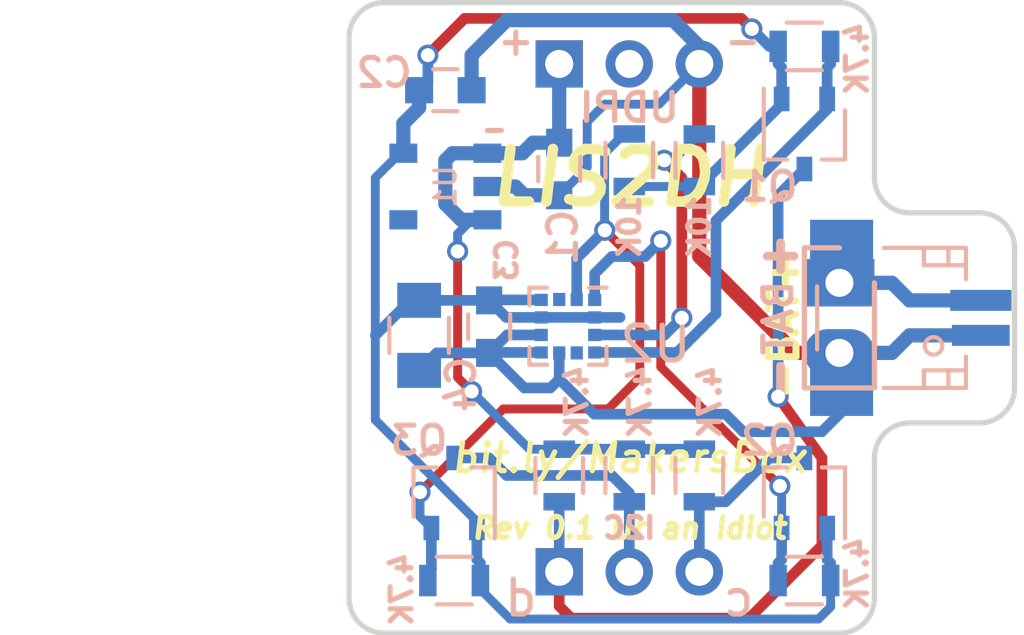
<source format=kicad_pcb>
(kicad_pcb (version 20171130) (host pcbnew "(5.1.10)-1")

  (general
    (thickness 1.6)
    (drawings 29)
    (tracks 180)
    (zones 0)
    (modules 21)
    (nets 12)
  )

  (page A)
  (title_block
    (title "Lights ATtiny826")
    (date 2022-03-18)
    (rev 0.0)
    (company www.MakersBox.us)
    (comment 1 648.ken@gmail.com)
  )

  (layers
    (0 F.Cu signal)
    (31 B.Cu signal)
    (32 B.Adhes user)
    (33 F.Adhes user)
    (34 B.Paste user)
    (35 F.Paste user)
    (36 B.SilkS user)
    (37 F.SilkS user)
    (38 B.Mask user)
    (39 F.Mask user)
    (40 Dwgs.User user)
    (41 Cmts.User user)
    (42 Eco1.User user)
    (43 Eco2.User user hide)
    (44 Edge.Cuts user)
    (45 Margin user)
    (46 B.CrtYd user)
    (47 F.CrtYd user)
    (48 B.Fab user)
    (49 F.Fab user)
  )

  (setup
    (last_trace_width 0.3048)
    (user_trace_width 0.254)
    (user_trace_width 0.3048)
    (user_trace_width 0.4064)
    (user_trace_width 0.6096)
    (trace_clearance 0.127)
    (zone_clearance 0.508)
    (zone_45_only no)
    (trace_min 0.2)
    (via_size 0.6)
    (via_drill 0.4)
    (via_min_size 0.4)
    (via_min_drill 0.3)
    (uvia_size 0.3)
    (uvia_drill 0.1)
    (uvias_allowed no)
    (uvia_min_size 0.2)
    (uvia_min_drill 0.1)
    (edge_width 0.15)
    (segment_width 0.2)
    (pcb_text_width 0.3)
    (pcb_text_size 1.5 1.5)
    (mod_edge_width 0.15)
    (mod_text_size 1 1)
    (mod_text_width 0.15)
    (pad_size 0.8 0.2)
    (pad_drill 0)
    (pad_to_mask_clearance 0)
    (aux_axis_origin 0 0)
    (visible_elements 7FFFFFFF)
    (pcbplotparams
      (layerselection 0x00030_80000001)
      (usegerberextensions false)
      (usegerberattributes true)
      (usegerberadvancedattributes true)
      (creategerberjobfile true)
      (excludeedgelayer true)
      (linewidth 0.100000)
      (plotframeref false)
      (viasonmask false)
      (mode 1)
      (useauxorigin false)
      (hpglpennumber 1)
      (hpglpenspeed 20)
      (hpglpendiameter 15.000000)
      (psnegative false)
      (psa4output false)
      (plotreference true)
      (plotvalue true)
      (plotinvisibletext false)
      (padsonsilk false)
      (subtractmaskfromsilk false)
      (outputformat 1)
      (mirror false)
      (drillshape 0)
      (scaleselection 1)
      (outputdirectory ""))
  )

  (net 0 "")
  (net 1 GND)
  (net 2 "Net-(J1-Pad2)")
  (net 3 VCC)
  (net 4 +3V3)
  (net 5 /SCL)
  (net 6 /INT)
  (net 7 /SDA)
  (net 8 /SDA_3V3)
  (net 9 /SCL_3V3)
  (net 10 /INT_3V3)
  (net 11 "Net-(R7-Pad2)")

  (net_class Default "This is the default net class."
    (clearance 0.127)
    (trace_width 0.2)
    (via_dia 0.6)
    (via_drill 0.4)
    (uvia_dia 0.3)
    (uvia_drill 0.1)
    (add_net +3V3)
    (add_net /INT)
    (add_net /INT_3V3)
    (add_net /SCL)
    (add_net /SCL_3V3)
    (add_net /SDA)
    (add_net /SDA_3V3)
    (add_net GND)
    (add_net "Net-(J1-Pad2)")
    (add_net "Net-(R7-Pad2)")
    (add_net VCC)
  )

  (module Package_LGA:LGA-12_2x2mm_P0.5mm (layer B.Cu) (tedit 5A0AAFFD) (tstamp 6279CC10)
    (at 137.25 93.2375 180)
    (descr LGA12)
    (tags "lga land grid array")
    (path /6279F5AD)
    (attr smd)
    (fp_text reference U2 (at -2.5 -0.5125) (layer B.SilkS)
      (effects (font (size 1 1) (thickness 0.15)) (justify mirror))
    )
    (fp_text value LIS2HH12 (at 0 -1.6) (layer B.Fab)
      (effects (font (size 1 1) (thickness 0.15)) (justify mirror))
    )
    (fp_line (start -1.25 1.25) (end 1.25 1.25) (layer B.CrtYd) (width 0.05))
    (fp_line (start -1.25 -1.25) (end -1.25 1.25) (layer B.CrtYd) (width 0.05))
    (fp_line (start 1.25 -1.25) (end -1.25 -1.25) (layer B.CrtYd) (width 0.05))
    (fp_line (start 1.25 1.25) (end 1.25 -1.25) (layer B.CrtYd) (width 0.05))
    (fp_line (start -1.1 1.1) (end -1.1 1.1) (layer B.SilkS) (width 0.12))
    (fp_line (start -0.6 1.1) (end -1.1 1.1) (layer B.SilkS) (width 0.12))
    (fp_line (start -1.1 -0.6) (end -1.1 -0.6) (layer B.SilkS) (width 0.12))
    (fp_line (start -1.1 -1.1) (end -1.1 -0.6) (layer B.SilkS) (width 0.12))
    (fp_line (start -0.6 -1.1) (end -1.1 -1.1) (layer B.SilkS) (width 0.12))
    (fp_line (start 0.6 -1.1) (end 0.6 -1.1) (layer B.SilkS) (width 0.12))
    (fp_line (start 1.1 -1.1) (end 0.6 -1.1) (layer B.SilkS) (width 0.12))
    (fp_line (start 1.1 -0.6) (end 1.1 -1.1) (layer B.SilkS) (width 0.12))
    (fp_line (start 1.1 0.6) (end 1.1 0.6) (layer B.SilkS) (width 0.12))
    (fp_line (start 1.1 1.1) (end 1.1 0.6) (layer B.SilkS) (width 0.12))
    (fp_line (start 0.6 1.1) (end 1.1 1.1) (layer B.SilkS) (width 0.12))
    (fp_line (start -0.5 1) (end 1 1) (layer B.Fab) (width 0.1))
    (fp_line (start -1 0.5) (end -0.5 1) (layer B.Fab) (width 0.1))
    (fp_line (start -1 -1) (end -1 0.5) (layer B.Fab) (width 0.1))
    (fp_line (start 1 -1) (end -1 -1) (layer B.Fab) (width 0.1))
    (fp_line (start 1 1) (end 1 -1) (layer B.Fab) (width 0.1))
    (fp_text user %R (at 0 0) (layer B.Fab)
      (effects (font (size 0.5 0.5) (thickness 0.075)) (justify mirror))
    )
    (pad 2 smd rect (at -0.7625 0.25 180) (size 0.375 0.35) (layers B.Cu B.Paste B.Mask)
      (net 4 +3V3))
    (pad 3 smd rect (at -0.7625 -0.25 180) (size 0.375 0.35) (layers B.Cu B.Paste B.Mask)
      (net 11 "Net-(R7-Pad2)"))
    (pad 9 smd rect (at 0.7625 0.25 180) (size 0.375 0.35) (layers B.Cu B.Paste B.Mask)
      (net 4 +3V3))
    (pad 8 smd rect (at 0.7625 -0.25 180) (size 0.375 0.35) (layers B.Cu B.Paste B.Mask)
      (net 1 GND))
    (pad 4 smd rect (at -0.7625 -0.75 180) (size 0.375 0.35) (layers B.Cu B.Paste B.Mask)
      (net 8 /SDA_3V3))
    (pad 7 smd rect (at 0.7625 -0.75 180) (size 0.375 0.35) (layers B.Cu B.Paste B.Mask)
      (net 1 GND))
    (pad 1 smd rect (at -0.7625 0.75 180) (size 0.375 0.35) (layers B.Cu B.Paste B.Mask)
      (net 9 /SCL_3V3))
    (pad 10 smd rect (at 0.7625 0.75 180) (size 0.375 0.35) (layers B.Cu B.Paste B.Mask)
      (net 4 +3V3))
    (pad 5 smd rect (at -0.25 -0.7625 90) (size 0.375 0.35) (layers B.Cu B.Paste B.Mask))
    (pad 6 smd rect (at 0.25 -0.7625 90) (size 0.375 0.35) (layers B.Cu B.Paste B.Mask)
      (net 1 GND))
    (pad 11 smd rect (at 0.25 0.7625 90) (size 0.375 0.35) (layers B.Cu B.Paste B.Mask))
    (pad 12 smd rect (at -0.25 0.7625 90) (size 0.375 0.35) (layers B.Cu B.Paste B.Mask)
      (net 10 /INT_3V3))
    (model ${KISYS3DMOD}/Package_LGA.3dshapes/LGA-12_2x2mm_P0.5mm.wrl
      (at (xyz 0 0 0))
      (scale (xyz 1 1 1))
      (rotate (xyz 0 0 0))
    )
  )

  (module footprints:PIN_HEADER_LED (layer B.Cu) (tedit 6234EFD3) (tstamp 60357F5B)
    (at 145 92 180)
    (descr "Through hole straight pin header, 1x02, 2.00mm pitch, single row")
    (tags "Through hole pin header THT 1x02 2.00mm single row")
    (path /60347008)
    (fp_text reference J2 (at 0 2.06 180) (layer B.SilkS) hide
      (effects (font (size 1 1) (thickness 0.15)) (justify mirror))
    )
    (fp_text value BAT (at 1.75 -1 270) (layer B.SilkS)
      (effects (font (size 0.8 0.8) (thickness 0.15)) (justify mirror))
    )
    (fp_line (start -1 0) (end -1 -3) (layer B.SilkS) (width 0.15))
    (fp_line (start -1 -3) (end 1 -3) (layer B.SilkS) (width 0.15))
    (fp_line (start 1 -3) (end 1 1) (layer B.SilkS) (width 0.15))
    (fp_line (start 1 1) (end 0 1) (layer B.SilkS) (width 0.15))
    (fp_line (start -0.5 1) (end 1 1) (layer B.Fab) (width 0.1))
    (fp_line (start 1 1) (end 1 -3) (layer B.Fab) (width 0.1))
    (fp_line (start 1 -3) (end -1 -3) (layer B.Fab) (width 0.1))
    (fp_line (start -1 -3) (end -1 0.5) (layer B.Fab) (width 0.1))
    (fp_line (start -1 0.5) (end -0.5 1) (layer B.Fab) (width 0.1))
    (fp_line (start -1.5 1.5) (end -1.5 -3.5) (layer B.CrtYd) (width 0.05))
    (fp_line (start -1.5 -3.5) (end 1.5 -3.5) (layer B.CrtYd) (width 0.05))
    (fp_line (start 1.5 -3.5) (end 1.5 1.5) (layer B.CrtYd) (width 0.05))
    (fp_line (start 1.5 1.5) (end -1.5 1.5) (layer B.CrtYd) (width 0.05))
    (fp_text user %R (at 0 -1 90) (layer B.Fab)
      (effects (font (size 1 1) (thickness 0.15)) (justify mirror))
    )
    (pad 1 thru_hole rect (at 0 0 180) (size 2 1.35) (drill 0.8) (layers *.Cu *.Mask)
      (net 2 "Net-(J1-Pad2)"))
    (pad 2 thru_hole oval (at 0 -2 180) (size 2 1.35) (drill 0.8) (layers *.Cu *.Mask)
      (net 1 GND))
    (model ${KISYS3DMOD}/Pin_Headers.3dshapes/Pin_Header_Straight_1x02_Pitch2.00mm.wrl
      (at (xyz 0 0 0))
      (scale (xyz 1 1 1))
      (rotate (xyz 0 0 0))
    )
  )

  (module footprints:JST_SH_SM02B_hand_solder (layer B.Cu) (tedit 6041D3AA) (tstamp 60425510)
    (at 147 93 90)
    (descr http://www.jst-mfg.com/product/pdf/eng/eSH.pdf)
    (tags "connector jst sh")
    (path /6041C3A6)
    (attr smd)
    (fp_text reference J1 (at -0.5 4 90) (layer B.SilkS) hide
      (effects (font (size 1 1) (thickness 0.15)) (justify mirror))
    )
    (fp_text value JST-SH (at 0 -4.5 90) (layer B.Fab)
      (effects (font (size 1 1) (thickness 0.15)) (justify mirror))
    )
    (fp_circle (center -0.8 0.6875) (end -0.55 0.6875) (layer B.SilkS) (width 0.12))
    (fp_line (start -0.9 -2.6375) (end 0.9 -2.6375) (layer B.SilkS) (width 0.12))
    (fp_line (start -2 -0.7375) (end -2 1.6125) (layer B.SilkS) (width 0.12))
    (fp_line (start -2 1.6125) (end -1.1 1.6125) (layer B.SilkS) (width 0.12))
    (fp_line (start -1.5 1.6125) (end -1.5 0.4125) (layer B.SilkS) (width 0.12))
    (fp_line (start -1.5 0.4125) (end -1.5 0.4125) (layer B.SilkS) (width 0.12))
    (fp_line (start -1.5 0.4125) (end -1.5 1.6125) (layer B.SilkS) (width 0.12))
    (fp_line (start -1.5 1.6125) (end -1.5 1.6125) (layer B.SilkS) (width 0.12))
    (fp_line (start -1.5 1.1125) (end -1.5 1.1125) (layer B.SilkS) (width 0.12))
    (fp_line (start -1.5 1.1125) (end -2 1.1125) (layer B.SilkS) (width 0.12))
    (fp_line (start -2 1.1125) (end -2 1.1125) (layer B.SilkS) (width 0.12))
    (fp_line (start -2 1.1125) (end -1.5 1.1125) (layer B.SilkS) (width 0.12))
    (fp_line (start -1.5 0.4125) (end -1.5 0.4125) (layer B.SilkS) (width 0.12))
    (fp_line (start -1.5 0.4125) (end -2 0.4125) (layer B.SilkS) (width 0.12))
    (fp_line (start -2 0.4125) (end -2 0.4125) (layer B.SilkS) (width 0.12))
    (fp_line (start -2 0.4125) (end -1.5 0.4125) (layer B.SilkS) (width 0.12))
    (fp_line (start 2 -0.7375) (end 2 1.6125) (layer B.SilkS) (width 0.12))
    (fp_line (start 2 1.6125) (end 1.1 1.6125) (layer B.SilkS) (width 0.12))
    (fp_line (start 1.5 1.6125) (end 1.5 0.4125) (layer B.SilkS) (width 0.12))
    (fp_line (start 1.5 0.4125) (end 1.5 0.4125) (layer B.SilkS) (width 0.12))
    (fp_line (start 1.5 0.4125) (end 1.5 1.6125) (layer B.SilkS) (width 0.12))
    (fp_line (start 1.5 1.6125) (end 1.5 1.6125) (layer B.SilkS) (width 0.12))
    (fp_line (start 1.5 1.1125) (end 1.5 1.1125) (layer B.SilkS) (width 0.12))
    (fp_line (start 1.5 1.1125) (end 2 1.1125) (layer B.SilkS) (width 0.12))
    (fp_line (start 2 1.1125) (end 2 1.1125) (layer B.SilkS) (width 0.12))
    (fp_line (start 2 1.1125) (end 1.5 1.1125) (layer B.SilkS) (width 0.12))
    (fp_line (start 1.5 0.4125) (end 1.5 0.4125) (layer B.SilkS) (width 0.12))
    (fp_line (start 1.5 0.4125) (end 2 0.4125) (layer B.SilkS) (width 0.12))
    (fp_line (start 2 0.4125) (end 2 0.4125) (layer B.SilkS) (width 0.12))
    (fp_line (start 2 0.4125) (end 1.5 0.4125) (layer B.SilkS) (width 0.12))
    (fp_line (start -2.9 -3.35) (end -2.9 3.25) (layer B.CrtYd) (width 0.05))
    (fp_line (start -2.9 3.25) (end 2.9 3.25) (layer B.CrtYd) (width 0.05))
    (fp_line (start 2.9 3.25) (end 2.9 -3.35) (layer B.CrtYd) (width 0.05))
    (fp_line (start 2.9 -3.35) (end -2.9 -3.35) (layer B.CrtYd) (width 0.05))
    (pad 1 smd rect (at -0.5 2.0375 90) (size 0.6 1.65) (layers B.Cu B.Paste B.Mask)
      (net 1 GND))
    (pad 2 smd rect (at 0.5 2.0375 90) (size 0.6 1.75) (layers B.Cu B.Paste B.Mask)
      (net 2 "Net-(J1-Pad2)"))
    (pad 1 smd rect (at -2 -1.9375 90) (size 1.6 1.8) (layers B.Cu B.Paste B.Mask)
      (net 1 GND))
    (pad 2 smd rect (at 2 -1.9375 90) (size 1.6 1.8) (layers B.Cu B.Paste B.Mask)
      (net 2 "Net-(J1-Pad2)"))
  )

  (module footprints:PinHeader_1x03_P2.00mm_Vertical (layer B.Cu) (tedit 624D22E6) (tstamp 625AF1CC)
    (at 137 85.75 270)
    (descr "Through hole straight pin header, 1x03, 2.00mm pitch, single row")
    (tags "Through hole pin header THT 1x03 2.00mm single row")
    (path /623F35D1)
    (fp_text reference J4 (at 0 2.06 90) (layer B.SilkS) hide
      (effects (font (size 1 1) (thickness 0.15)) (justify mirror))
    )
    (fp_text value UDPI (at 1.25 -2 180) (layer B.SilkS)
      (effects (font (size 0.8 0.8) (thickness 0.15)) (justify mirror))
    )
    (fp_line (start 1.5 1.5) (end -1.5 1.5) (layer B.CrtYd) (width 0.05))
    (fp_line (start 1.5 -5.5) (end 1.5 1.5) (layer B.CrtYd) (width 0.05))
    (fp_line (start -1.5 -5.5) (end 1.5 -5.5) (layer B.CrtYd) (width 0.05))
    (fp_line (start -1.5 1.5) (end -1.5 -5.5) (layer B.CrtYd) (width 0.05))
    (fp_line (start -1 0.5) (end -0.5 1) (layer B.Fab) (width 0.1))
    (fp_line (start -1 -5) (end -1 0.5) (layer B.Fab) (width 0.1))
    (fp_line (start 1 -5) (end -1 -5) (layer B.Fab) (width 0.1))
    (fp_line (start 1 1) (end 1 -5) (layer B.Fab) (width 0.1))
    (fp_line (start -0.5 1) (end 1 1) (layer B.Fab) (width 0.1))
    (fp_text user %R (at 0 -2 180) (layer B.Fab)
      (effects (font (size 1 1) (thickness 0.15)) (justify mirror))
    )
    (pad 3 thru_hole oval (at 0 -4 270) (size 1.35 1.35) (drill 0.8) (layers *.Cu *.Mask)
      (net 1 GND))
    (pad 2 thru_hole oval (at 0 -2 270) (size 1.35 1.35) (drill 0.8) (layers *.Cu *.Mask))
    (pad 1 thru_hole rect (at 0 0 270) (size 1.35 1.35) (drill 0.8) (layers *.Cu *.Mask)
      (net 3 VCC))
    (model ${KISYS3DMOD}/Connector_PinHeader_2.00mm.3dshapes/PinHeader_1x03_P2.00mm_Vertical.wrl
      (at (xyz 0 0 0))
      (scale (xyz 1 1 1))
      (rotate (xyz 0 0 0))
    )
  )

  (module footprints:PinHeader_1x03_P2.00mm_Vertical (layer B.Cu) (tedit 624D22E6) (tstamp 625AF103)
    (at 137 100.25 270)
    (descr "Through hole straight pin header, 1x03, 2.00mm pitch, single row")
    (tags "Through hole pin header THT 1x03 2.00mm single row")
    (path /625B2420)
    (fp_text reference J8 (at 0 2.06 270) (layer B.SilkS) hide
      (effects (font (size 1 1) (thickness 0.15)) (justify mirror))
    )
    (fp_text value I2C (at -1.25 -2) (layer B.SilkS)
      (effects (font (size 0.6 0.6) (thickness 0.15)) (justify mirror))
    )
    (fp_line (start -0.5 1) (end 1 1) (layer B.Fab) (width 0.1))
    (fp_line (start 1 1) (end 1 -5) (layer B.Fab) (width 0.1))
    (fp_line (start 1 -5) (end -1 -5) (layer B.Fab) (width 0.1))
    (fp_line (start -1 -5) (end -1 0.5) (layer B.Fab) (width 0.1))
    (fp_line (start -1 0.5) (end -0.5 1) (layer B.Fab) (width 0.1))
    (fp_line (start -1.5 1.5) (end -1.5 -5.5) (layer B.CrtYd) (width 0.05))
    (fp_line (start -1.5 -5.5) (end 1.5 -5.5) (layer B.CrtYd) (width 0.05))
    (fp_line (start 1.5 -5.5) (end 1.5 1.5) (layer B.CrtYd) (width 0.05))
    (fp_line (start 1.5 1.5) (end -1.5 1.5) (layer B.CrtYd) (width 0.05))
    (fp_text user %R (at 0 -2) (layer B.Fab)
      (effects (font (size 1 1) (thickness 0.15)) (justify mirror))
    )
    (pad 3 thru_hole oval (at 0 -4 270) (size 1.35 1.35) (drill 0.8) (layers *.Cu *.Mask)
      (net 5 /SCL))
    (pad 2 thru_hole oval (at 0 -2 270) (size 1.35 1.35) (drill 0.8) (layers *.Cu *.Mask)
      (net 6 /INT))
    (pad 1 thru_hole rect (at 0 0 270) (size 1.35 1.35) (drill 0.8) (layers *.Cu *.Mask)
      (net 7 /SDA))
    (model ${KISYS3DMOD}/Connector_PinHeader_2.00mm.3dshapes/PinHeader_1x03_P2.00mm_Vertical.wrl
      (at (xyz 0 0 0))
      (scale (xyz 1 1 1))
      (rotate (xyz 0 0 0))
    )
  )

  (module footprints:C_0603 (layer B.Cu) (tedit 59958EE7) (tstamp 625B6BF6)
    (at 137 88.75 270)
    (descr "Capacitor SMD 0603, reflow soldering, AVX (see smccp.pdf)")
    (tags "capacitor 0603")
    (path /62632022)
    (attr smd)
    (fp_text reference C1 (at 1.95 -0.1 270) (layer B.SilkS)
      (effects (font (size 0.8 0.8) (thickness 0.15)) (justify mirror))
    )
    (fp_text value 0.1uF (at 0 -1.5 270) (layer B.Fab)
      (effects (font (size 1 1) (thickness 0.15)) (justify mirror))
    )
    (fp_line (start -0.8 -0.4) (end -0.8 0.4) (layer B.Fab) (width 0.1))
    (fp_line (start 0.8 -0.4) (end -0.8 -0.4) (layer B.Fab) (width 0.1))
    (fp_line (start 0.8 0.4) (end 0.8 -0.4) (layer B.Fab) (width 0.1))
    (fp_line (start -0.8 0.4) (end 0.8 0.4) (layer B.Fab) (width 0.1))
    (fp_line (start -0.35 0.6) (end 0.35 0.6) (layer B.SilkS) (width 0.12))
    (fp_line (start 0.35 -0.6) (end -0.35 -0.6) (layer B.SilkS) (width 0.12))
    (fp_line (start -1.4 0.65) (end 1.4 0.65) (layer B.CrtYd) (width 0.05))
    (fp_line (start -1.4 0.65) (end -1.4 -0.65) (layer B.CrtYd) (width 0.05))
    (fp_line (start 1.4 -0.65) (end 1.4 0.65) (layer B.CrtYd) (width 0.05))
    (fp_line (start 1.4 -0.65) (end -1.4 -0.65) (layer B.CrtYd) (width 0.05))
    (fp_text user %R (at 0 0 270) (layer B.Fab)
      (effects (font (size 0.3 0.3) (thickness 0.075)) (justify mirror))
    )
    (pad 1 smd rect (at -0.75 0 270) (size 0.8 0.75) (layers B.Cu B.Paste B.Mask)
      (net 3 VCC))
    (pad 2 smd rect (at 0.75 0 270) (size 0.8 0.75) (layers B.Cu B.Paste B.Mask)
      (net 1 GND))
    (model Capacitors_SMD.3dshapes/C_0603.wrl
      (at (xyz 0 0 0))
      (scale (xyz 1 1 1))
      (rotate (xyz 0 0 0))
    )
  )

  (module footprints:C_0603 (layer B.Cu) (tedit 59958EE7) (tstamp 625B89EC)
    (at 133.75 86.5)
    (descr "Capacitor SMD 0603, reflow soldering, AVX (see smccp.pdf)")
    (tags "capacitor 0603")
    (path /6263275A)
    (attr smd)
    (fp_text reference C2 (at -1.75 -0.5 180) (layer B.SilkS)
      (effects (font (size 0.8 0.8) (thickness 0.15)) (justify mirror))
    )
    (fp_text value 0.1uF (at 0 -1.5 180) (layer B.Fab)
      (effects (font (size 1 1) (thickness 0.15)) (justify mirror))
    )
    (fp_line (start 1.4 -0.65) (end -1.4 -0.65) (layer B.CrtYd) (width 0.05))
    (fp_line (start 1.4 -0.65) (end 1.4 0.65) (layer B.CrtYd) (width 0.05))
    (fp_line (start -1.4 0.65) (end -1.4 -0.65) (layer B.CrtYd) (width 0.05))
    (fp_line (start -1.4 0.65) (end 1.4 0.65) (layer B.CrtYd) (width 0.05))
    (fp_line (start 0.35 -0.6) (end -0.35 -0.6) (layer B.SilkS) (width 0.12))
    (fp_line (start -0.35 0.6) (end 0.35 0.6) (layer B.SilkS) (width 0.12))
    (fp_line (start -0.8 0.4) (end 0.8 0.4) (layer B.Fab) (width 0.1))
    (fp_line (start 0.8 0.4) (end 0.8 -0.4) (layer B.Fab) (width 0.1))
    (fp_line (start 0.8 -0.4) (end -0.8 -0.4) (layer B.Fab) (width 0.1))
    (fp_line (start -0.8 -0.4) (end -0.8 0.4) (layer B.Fab) (width 0.1))
    (fp_text user %R (at 0 0 180) (layer B.Fab)
      (effects (font (size 0.3 0.3) (thickness 0.075)) (justify mirror))
    )
    (pad 2 smd rect (at 0.75 0) (size 0.8 0.75) (layers B.Cu B.Paste B.Mask)
      (net 1 GND))
    (pad 1 smd rect (at -0.75 0) (size 0.8 0.75) (layers B.Cu B.Paste B.Mask)
      (net 4 +3V3))
    (model Capacitors_SMD.3dshapes/C_0603.wrl
      (at (xyz 0 0 0))
      (scale (xyz 1 1 1))
      (rotate (xyz 0 0 0))
    )
  )

  (module Package_TO_SOT_SMD:SOT-323_SC-70 (layer B.Cu) (tedit 5A02FF57) (tstamp 625B8905)
    (at 144 87.75 270)
    (descr "SOT-323, SC-70")
    (tags "SOT-323 SC-70")
    (path /62635788)
    (attr smd)
    (fp_text reference Q1 (at 1.5 1 180) (layer B.SilkS)
      (effects (font (size 0.8 0.8) (thickness 0.15)) (justify mirror))
    )
    (fp_text value BSS138 (at -0.05 -2.05 270) (layer B.Fab)
      (effects (font (size 1 1) (thickness 0.15)) (justify mirror))
    )
    (fp_line (start -0.18 1.1) (end -0.68 0.6) (layer B.Fab) (width 0.1))
    (fp_line (start 0.67 -1.1) (end -0.68 -1.1) (layer B.Fab) (width 0.1))
    (fp_line (start 0.67 1.1) (end 0.67 -1.1) (layer B.Fab) (width 0.1))
    (fp_line (start -0.68 0.6) (end -0.68 -1.1) (layer B.Fab) (width 0.1))
    (fp_line (start 0.67 1.1) (end -0.18 1.1) (layer B.Fab) (width 0.1))
    (fp_line (start -0.68 -1.16) (end 0.73 -1.16) (layer B.SilkS) (width 0.12))
    (fp_line (start 0.73 1.16) (end -1.3 1.16) (layer B.SilkS) (width 0.12))
    (fp_line (start -1.7 -1.3) (end -1.7 1.3) (layer B.CrtYd) (width 0.05))
    (fp_line (start -1.7 1.3) (end 1.7 1.3) (layer B.CrtYd) (width 0.05))
    (fp_line (start 1.7 1.3) (end 1.7 -1.3) (layer B.CrtYd) (width 0.05))
    (fp_line (start 1.7 -1.3) (end -1.7 -1.3) (layer B.CrtYd) (width 0.05))
    (fp_line (start 0.73 1.16) (end 0.73 0.5) (layer B.SilkS) (width 0.12))
    (fp_line (start 0.73 -0.5) (end 0.73 -1.16) (layer B.SilkS) (width 0.12))
    (fp_text user %R (at 0 0) (layer B.Fab)
      (effects (font (size 0.5 0.5) (thickness 0.075)) (justify mirror))
    )
    (pad 3 smd rect (at 1 0) (size 0.45 0.7) (layers B.Cu B.Paste B.Mask)
      (net 7 /SDA))
    (pad 2 smd rect (at -1 -0.65) (size 0.45 0.7) (layers B.Cu B.Paste B.Mask)
      (net 8 /SDA_3V3))
    (pad 1 smd rect (at -1 0.65) (size 0.45 0.7) (layers B.Cu B.Paste B.Mask)
      (net 4 +3V3))
    (model ${KISYS3DMOD}/Package_TO_SOT_SMD.3dshapes/SOT-323_SC-70.wrl
      (at (xyz 0 0 0))
      (scale (xyz 1 1 1))
      (rotate (xyz 0 0 0))
    )
  )

  (module Package_TO_SOT_SMD:SOT-323_SC-70 (layer B.Cu) (tedit 5A02FF57) (tstamp 625B6C31)
    (at 144 98 90)
    (descr "SOT-323, SC-70")
    (tags "SOT-323 SC-70")
    (path /62649B2D)
    (attr smd)
    (fp_text reference Q2 (at 1.5 -1 -180) (layer B.SilkS)
      (effects (font (size 0.8 0.8) (thickness 0.15)) (justify mirror))
    )
    (fp_text value BSS138 (at -0.05 -2.05 -90) (layer B.Fab)
      (effects (font (size 1 1) (thickness 0.15)) (justify mirror))
    )
    (fp_line (start 0.73 -0.5) (end 0.73 -1.16) (layer B.SilkS) (width 0.12))
    (fp_line (start 0.73 1.16) (end 0.73 0.5) (layer B.SilkS) (width 0.12))
    (fp_line (start 1.7 -1.3) (end -1.7 -1.3) (layer B.CrtYd) (width 0.05))
    (fp_line (start 1.7 1.3) (end 1.7 -1.3) (layer B.CrtYd) (width 0.05))
    (fp_line (start -1.7 1.3) (end 1.7 1.3) (layer B.CrtYd) (width 0.05))
    (fp_line (start -1.7 -1.3) (end -1.7 1.3) (layer B.CrtYd) (width 0.05))
    (fp_line (start 0.73 1.16) (end -1.3 1.16) (layer B.SilkS) (width 0.12))
    (fp_line (start -0.68 -1.16) (end 0.73 -1.16) (layer B.SilkS) (width 0.12))
    (fp_line (start 0.67 1.1) (end -0.18 1.1) (layer B.Fab) (width 0.1))
    (fp_line (start -0.68 0.6) (end -0.68 -1.1) (layer B.Fab) (width 0.1))
    (fp_line (start 0.67 1.1) (end 0.67 -1.1) (layer B.Fab) (width 0.1))
    (fp_line (start 0.67 -1.1) (end -0.68 -1.1) (layer B.Fab) (width 0.1))
    (fp_line (start -0.18 1.1) (end -0.68 0.6) (layer B.Fab) (width 0.1))
    (fp_text user %R (at 0 0) (layer B.Fab)
      (effects (font (size 0.5 0.5) (thickness 0.075)) (justify mirror))
    )
    (pad 1 smd rect (at -1 0.65 180) (size 0.45 0.7) (layers B.Cu B.Paste B.Mask)
      (net 4 +3V3))
    (pad 2 smd rect (at -1 -0.65 180) (size 0.45 0.7) (layers B.Cu B.Paste B.Mask)
      (net 9 /SCL_3V3))
    (pad 3 smd rect (at 1 0 180) (size 0.45 0.7) (layers B.Cu B.Paste B.Mask)
      (net 5 /SCL))
    (model ${KISYS3DMOD}/Package_TO_SOT_SMD.3dshapes/SOT-323_SC-70.wrl
      (at (xyz 0 0 0))
      (scale (xyz 1 1 1))
      (rotate (xyz 0 0 0))
    )
  )

  (module Package_TO_SOT_SMD:SOT-323_SC-70 (layer B.Cu) (tedit 5A02FF57) (tstamp 625B74F9)
    (at 134 98 90)
    (descr "SOT-323, SC-70")
    (tags "SOT-323 SC-70")
    (path /6264F167)
    (attr smd)
    (fp_text reference Q3 (at 1.5 -1 180) (layer B.SilkS)
      (effects (font (size 0.8 0.8) (thickness 0.15)) (justify mirror))
    )
    (fp_text value BSS138 (at -0.05 -2.05 -90) (layer B.Fab)
      (effects (font (size 1 1) (thickness 0.15)) (justify mirror))
    )
    (fp_line (start 0.73 -0.5) (end 0.73 -1.16) (layer B.SilkS) (width 0.12))
    (fp_line (start 0.73 1.16) (end 0.73 0.5) (layer B.SilkS) (width 0.12))
    (fp_line (start 1.7 -1.3) (end -1.7 -1.3) (layer B.CrtYd) (width 0.05))
    (fp_line (start 1.7 1.3) (end 1.7 -1.3) (layer B.CrtYd) (width 0.05))
    (fp_line (start -1.7 1.3) (end 1.7 1.3) (layer B.CrtYd) (width 0.05))
    (fp_line (start -1.7 -1.3) (end -1.7 1.3) (layer B.CrtYd) (width 0.05))
    (fp_line (start 0.73 1.16) (end -1.3 1.16) (layer B.SilkS) (width 0.12))
    (fp_line (start -0.68 -1.16) (end 0.73 -1.16) (layer B.SilkS) (width 0.12))
    (fp_line (start 0.67 1.1) (end -0.18 1.1) (layer B.Fab) (width 0.1))
    (fp_line (start -0.68 0.6) (end -0.68 -1.1) (layer B.Fab) (width 0.1))
    (fp_line (start 0.67 1.1) (end 0.67 -1.1) (layer B.Fab) (width 0.1))
    (fp_line (start 0.67 -1.1) (end -0.68 -1.1) (layer B.Fab) (width 0.1))
    (fp_line (start -0.18 1.1) (end -0.68 0.6) (layer B.Fab) (width 0.1))
    (fp_text user %R (at 0 0) (layer B.Fab)
      (effects (font (size 0.5 0.5) (thickness 0.075)) (justify mirror))
    )
    (pad 1 smd rect (at -1 0.65 180) (size 0.45 0.7) (layers B.Cu B.Paste B.Mask)
      (net 4 +3V3))
    (pad 2 smd rect (at -1 -0.65 180) (size 0.45 0.7) (layers B.Cu B.Paste B.Mask)
      (net 10 /INT_3V3))
    (pad 3 smd rect (at 1 0 180) (size 0.45 0.7) (layers B.Cu B.Paste B.Mask)
      (net 6 /INT))
    (model ${KISYS3DMOD}/Package_TO_SOT_SMD.3dshapes/SOT-323_SC-70.wrl
      (at (xyz 0 0 0))
      (scale (xyz 1 1 1))
      (rotate (xyz 0 0 0))
    )
  )

  (module footprints:R_0603 (layer B.Cu) (tedit 624CF025) (tstamp 625B6C57)
    (at 137 97.5 270)
    (descr "Resistor SMD 0603, reflow soldering, Vishay (see dcrcw.pdf)")
    (tags "resistor 0603")
    (path /62641D17)
    (attr smd)
    (fp_text reference R1 (at 0 0 90) (layer B.SilkS) hide
      (effects (font (size 0.4 0.4) (thickness 0.1)) (justify mirror))
    )
    (fp_text value 4.7K (at -2.1 -0.5 90) (layer B.SilkS)
      (effects (font (size 0.6 0.6) (thickness 0.15)) (justify mirror))
    )
    (fp_line (start 1.25 -0.7) (end -1.25 -0.7) (layer B.CrtYd) (width 0.05))
    (fp_line (start 1.25 -0.7) (end 1.25 0.7) (layer B.CrtYd) (width 0.05))
    (fp_line (start -1.25 0.7) (end -1.25 -0.7) (layer B.CrtYd) (width 0.05))
    (fp_line (start -1.25 0.7) (end 1.25 0.7) (layer B.CrtYd) (width 0.05))
    (fp_line (start -0.5 0.68) (end 0.5 0.68) (layer B.SilkS) (width 0.12))
    (fp_line (start 0.5 -0.68) (end -0.5 -0.68) (layer B.SilkS) (width 0.12))
    (fp_line (start -0.8 0.4) (end 0.8 0.4) (layer B.Fab) (width 0.1))
    (fp_line (start 0.8 0.4) (end 0.8 -0.4) (layer B.Fab) (width 0.1))
    (fp_line (start 0.8 -0.4) (end -0.8 -0.4) (layer B.Fab) (width 0.1))
    (fp_line (start -0.8 -0.4) (end -0.8 0.4) (layer B.Fab) (width 0.1))
    (fp_text user %R (at 0 0 90) (layer B.Fab)
      (effects (font (size 0.4 0.4) (thickness 0.075)) (justify mirror))
    )
    (pad 2 smd rect (at 0.75 0 270) (size 0.5 0.9) (layers B.Cu B.Paste B.Mask)
      (net 7 /SDA))
    (pad 1 smd rect (at -0.75 0 270) (size 0.5 0.9) (layers B.Cu B.Paste B.Mask)
      (net 3 VCC))
    (model ${KISYS3DMOD}/Resistors_SMD.3dshapes/R_0603.wrl
      (at (xyz 0 0 0))
      (scale (xyz 1 1 1))
      (rotate (xyz 0 0 0))
    )
  )

  (module footprints:R_0603 (layer B.Cu) (tedit 624CF025) (tstamp 625B6C68)
    (at 141 97.5 270)
    (descr "Resistor SMD 0603, reflow soldering, Vishay (see dcrcw.pdf)")
    (tags "resistor 0603")
    (path /62649B45)
    (attr smd)
    (fp_text reference R2 (at 0 0 90) (layer B.SilkS) hide
      (effects (font (size 0.4 0.4) (thickness 0.1)) (justify mirror))
    )
    (fp_text value 4.7K (at -2.1 -0.3 90) (layer B.SilkS)
      (effects (font (size 0.6 0.6) (thickness 0.15)) (justify mirror))
    )
    (fp_line (start -0.8 -0.4) (end -0.8 0.4) (layer B.Fab) (width 0.1))
    (fp_line (start 0.8 -0.4) (end -0.8 -0.4) (layer B.Fab) (width 0.1))
    (fp_line (start 0.8 0.4) (end 0.8 -0.4) (layer B.Fab) (width 0.1))
    (fp_line (start -0.8 0.4) (end 0.8 0.4) (layer B.Fab) (width 0.1))
    (fp_line (start 0.5 -0.68) (end -0.5 -0.68) (layer B.SilkS) (width 0.12))
    (fp_line (start -0.5 0.68) (end 0.5 0.68) (layer B.SilkS) (width 0.12))
    (fp_line (start -1.25 0.7) (end 1.25 0.7) (layer B.CrtYd) (width 0.05))
    (fp_line (start -1.25 0.7) (end -1.25 -0.7) (layer B.CrtYd) (width 0.05))
    (fp_line (start 1.25 -0.7) (end 1.25 0.7) (layer B.CrtYd) (width 0.05))
    (fp_line (start 1.25 -0.7) (end -1.25 -0.7) (layer B.CrtYd) (width 0.05))
    (fp_text user %R (at 0 0 90) (layer B.Fab)
      (effects (font (size 0.4 0.4) (thickness 0.075)) (justify mirror))
    )
    (pad 1 smd rect (at -0.75 0 270) (size 0.5 0.9) (layers B.Cu B.Paste B.Mask)
      (net 3 VCC))
    (pad 2 smd rect (at 0.75 0 270) (size 0.5 0.9) (layers B.Cu B.Paste B.Mask)
      (net 5 /SCL))
    (model ${KISYS3DMOD}/Resistors_SMD.3dshapes/R_0603.wrl
      (at (xyz 0 0 0))
      (scale (xyz 1 1 1))
      (rotate (xyz 0 0 0))
    )
  )

  (module footprints:R_0603 (layer B.Cu) (tedit 624CF025) (tstamp 625B7EB7)
    (at 139 97.5 270)
    (descr "Resistor SMD 0603, reflow soldering, Vishay (see dcrcw.pdf)")
    (tags "resistor 0603")
    (path /6264F17F)
    (attr smd)
    (fp_text reference R3 (at 0 0 90) (layer B.SilkS) hide
      (effects (font (size 0.4 0.4) (thickness 0.1)) (justify mirror))
    )
    (fp_text value 4.7K (at -2.1 -0.3 90) (layer B.SilkS)
      (effects (font (size 0.6 0.6) (thickness 0.15)) (justify mirror))
    )
    (fp_line (start -0.8 -0.4) (end -0.8 0.4) (layer B.Fab) (width 0.1))
    (fp_line (start 0.8 -0.4) (end -0.8 -0.4) (layer B.Fab) (width 0.1))
    (fp_line (start 0.8 0.4) (end 0.8 -0.4) (layer B.Fab) (width 0.1))
    (fp_line (start -0.8 0.4) (end 0.8 0.4) (layer B.Fab) (width 0.1))
    (fp_line (start 0.5 -0.68) (end -0.5 -0.68) (layer B.SilkS) (width 0.12))
    (fp_line (start -0.5 0.68) (end 0.5 0.68) (layer B.SilkS) (width 0.12))
    (fp_line (start -1.25 0.7) (end 1.25 0.7) (layer B.CrtYd) (width 0.05))
    (fp_line (start -1.25 0.7) (end -1.25 -0.7) (layer B.CrtYd) (width 0.05))
    (fp_line (start 1.25 -0.7) (end 1.25 0.7) (layer B.CrtYd) (width 0.05))
    (fp_line (start 1.25 -0.7) (end -1.25 -0.7) (layer B.CrtYd) (width 0.05))
    (fp_text user %R (at 0 0 90) (layer B.Fab)
      (effects (font (size 0.4 0.4) (thickness 0.075)) (justify mirror))
    )
    (pad 1 smd rect (at -0.75 0 270) (size 0.5 0.9) (layers B.Cu B.Paste B.Mask)
      (net 3 VCC))
    (pad 2 smd rect (at 0.75 0 270) (size 0.5 0.9) (layers B.Cu B.Paste B.Mask)
      (net 6 /INT))
    (model ${KISYS3DMOD}/Resistors_SMD.3dshapes/R_0603.wrl
      (at (xyz 0 0 0))
      (scale (xyz 1 1 1))
      (rotate (xyz 0 0 0))
    )
  )

  (module footprints:R_0603 (layer B.Cu) (tedit 624CF025) (tstamp 625B6C8A)
    (at 144 85.25)
    (descr "Resistor SMD 0603, reflow soldering, Vishay (see dcrcw.pdf)")
    (tags "resistor 0603")
    (path /62647902)
    (attr smd)
    (fp_text reference R4 (at 0 0) (layer B.SilkS) hide
      (effects (font (size 0.4 0.4) (thickness 0.1)) (justify mirror))
    )
    (fp_text value 4.7K (at 1.5 0.35 90) (layer B.SilkS)
      (effects (font (size 0.6 0.6) (thickness 0.15)) (justify mirror))
    )
    (fp_line (start -0.8 -0.4) (end -0.8 0.4) (layer B.Fab) (width 0.1))
    (fp_line (start 0.8 -0.4) (end -0.8 -0.4) (layer B.Fab) (width 0.1))
    (fp_line (start 0.8 0.4) (end 0.8 -0.4) (layer B.Fab) (width 0.1))
    (fp_line (start -0.8 0.4) (end 0.8 0.4) (layer B.Fab) (width 0.1))
    (fp_line (start 0.5 -0.68) (end -0.5 -0.68) (layer B.SilkS) (width 0.12))
    (fp_line (start -0.5 0.68) (end 0.5 0.68) (layer B.SilkS) (width 0.12))
    (fp_line (start -1.25 0.7) (end 1.25 0.7) (layer B.CrtYd) (width 0.05))
    (fp_line (start -1.25 0.7) (end -1.25 -0.7) (layer B.CrtYd) (width 0.05))
    (fp_line (start 1.25 -0.7) (end 1.25 0.7) (layer B.CrtYd) (width 0.05))
    (fp_line (start 1.25 -0.7) (end -1.25 -0.7) (layer B.CrtYd) (width 0.05))
    (fp_text user %R (at 0 0) (layer B.Fab)
      (effects (font (size 0.4 0.4) (thickness 0.075)) (justify mirror))
    )
    (pad 1 smd rect (at -0.75 0) (size 0.5 0.9) (layers B.Cu B.Paste B.Mask)
      (net 4 +3V3))
    (pad 2 smd rect (at 0.75 0) (size 0.5 0.9) (layers B.Cu B.Paste B.Mask)
      (net 8 /SDA_3V3))
    (model ${KISYS3DMOD}/Resistors_SMD.3dshapes/R_0603.wrl
      (at (xyz 0 0 0))
      (scale (xyz 1 1 1))
      (rotate (xyz 0 0 0))
    )
  )

  (module footprints:R_0603 (layer B.Cu) (tedit 624CF025) (tstamp 625B6C9B)
    (at 144 100.5 180)
    (descr "Resistor SMD 0603, reflow soldering, Vishay (see dcrcw.pdf)")
    (tags "resistor 0603")
    (path /62649B5D)
    (attr smd)
    (fp_text reference R5 (at 0 0) (layer B.SilkS) hide
      (effects (font (size 0.4 0.4) (thickness 0.1)) (justify mirror))
    )
    (fp_text value 4.7K (at -1.5 0.2 90) (layer B.SilkS)
      (effects (font (size 0.6 0.6) (thickness 0.15)) (justify mirror))
    )
    (fp_line (start 1.25 -0.7) (end -1.25 -0.7) (layer B.CrtYd) (width 0.05))
    (fp_line (start 1.25 -0.7) (end 1.25 0.7) (layer B.CrtYd) (width 0.05))
    (fp_line (start -1.25 0.7) (end -1.25 -0.7) (layer B.CrtYd) (width 0.05))
    (fp_line (start -1.25 0.7) (end 1.25 0.7) (layer B.CrtYd) (width 0.05))
    (fp_line (start -0.5 0.68) (end 0.5 0.68) (layer B.SilkS) (width 0.12))
    (fp_line (start 0.5 -0.68) (end -0.5 -0.68) (layer B.SilkS) (width 0.12))
    (fp_line (start -0.8 0.4) (end 0.8 0.4) (layer B.Fab) (width 0.1))
    (fp_line (start 0.8 0.4) (end 0.8 -0.4) (layer B.Fab) (width 0.1))
    (fp_line (start 0.8 -0.4) (end -0.8 -0.4) (layer B.Fab) (width 0.1))
    (fp_line (start -0.8 -0.4) (end -0.8 0.4) (layer B.Fab) (width 0.1))
    (fp_text user %R (at 0 0) (layer B.Fab)
      (effects (font (size 0.4 0.4) (thickness 0.075)) (justify mirror))
    )
    (pad 2 smd rect (at 0.75 0 180) (size 0.5 0.9) (layers B.Cu B.Paste B.Mask)
      (net 9 /SCL_3V3))
    (pad 1 smd rect (at -0.75 0 180) (size 0.5 0.9) (layers B.Cu B.Paste B.Mask)
      (net 4 +3V3))
    (model ${KISYS3DMOD}/Resistors_SMD.3dshapes/R_0603.wrl
      (at (xyz 0 0 0))
      (scale (xyz 1 1 1))
      (rotate (xyz 0 0 0))
    )
  )

  (module footprints:R_0603 (layer B.Cu) (tedit 624CF025) (tstamp 625B8010)
    (at 134 100.5 180)
    (descr "Resistor SMD 0603, reflow soldering, Vishay (see dcrcw.pdf)")
    (tags "resistor 0603")
    (path /6264F197)
    (attr smd)
    (fp_text reference R6 (at 0 0) (layer B.SilkS) hide
      (effects (font (size 0.4 0.4) (thickness 0.1)) (justify mirror))
    )
    (fp_text value 4.7K (at 1.5 -0.25 90) (layer B.SilkS)
      (effects (font (size 0.6 0.6) (thickness 0.15)) (justify mirror))
    )
    (fp_line (start 1.25 -0.7) (end -1.25 -0.7) (layer B.CrtYd) (width 0.05))
    (fp_line (start 1.25 -0.7) (end 1.25 0.7) (layer B.CrtYd) (width 0.05))
    (fp_line (start -1.25 0.7) (end -1.25 -0.7) (layer B.CrtYd) (width 0.05))
    (fp_line (start -1.25 0.7) (end 1.25 0.7) (layer B.CrtYd) (width 0.05))
    (fp_line (start -0.5 0.68) (end 0.5 0.68) (layer B.SilkS) (width 0.12))
    (fp_line (start 0.5 -0.68) (end -0.5 -0.68) (layer B.SilkS) (width 0.12))
    (fp_line (start -0.8 0.4) (end 0.8 0.4) (layer B.Fab) (width 0.1))
    (fp_line (start 0.8 0.4) (end 0.8 -0.4) (layer B.Fab) (width 0.1))
    (fp_line (start 0.8 -0.4) (end -0.8 -0.4) (layer B.Fab) (width 0.1))
    (fp_line (start -0.8 -0.4) (end -0.8 0.4) (layer B.Fab) (width 0.1))
    (fp_text user %R (at 0 0) (layer B.Fab)
      (effects (font (size 0.4 0.4) (thickness 0.075)) (justify mirror))
    )
    (pad 2 smd rect (at 0.75 0 180) (size 0.5 0.9) (layers B.Cu B.Paste B.Mask)
      (net 10 /INT_3V3))
    (pad 1 smd rect (at -0.75 0 180) (size 0.5 0.9) (layers B.Cu B.Paste B.Mask)
      (net 4 +3V3))
    (model ${KISYS3DMOD}/Resistors_SMD.3dshapes/R_0603.wrl
      (at (xyz 0 0 0))
      (scale (xyz 1 1 1))
      (rotate (xyz 0 0 0))
    )
  )

  (module footprints:R_0603 (layer B.Cu) (tedit 624CF025) (tstamp 625B6CBD)
    (at 141 88.5 90)
    (descr "Resistor SMD 0603, reflow soldering, Vishay (see dcrcw.pdf)")
    (tags "resistor 0603")
    (path /62660D7F)
    (attr smd)
    (fp_text reference R7 (at 0 0 90) (layer B.SilkS) hide
      (effects (font (size 0.4 0.4) (thickness 0.1)) (justify mirror))
    )
    (fp_text value 10K (at -1.9 0 90) (layer B.SilkS)
      (effects (font (size 0.6 0.6) (thickness 0.15)) (justify mirror))
    )
    (fp_line (start 1.25 -0.7) (end -1.25 -0.7) (layer B.CrtYd) (width 0.05))
    (fp_line (start 1.25 -0.7) (end 1.25 0.7) (layer B.CrtYd) (width 0.05))
    (fp_line (start -1.25 0.7) (end -1.25 -0.7) (layer B.CrtYd) (width 0.05))
    (fp_line (start -1.25 0.7) (end 1.25 0.7) (layer B.CrtYd) (width 0.05))
    (fp_line (start -0.5 0.68) (end 0.5 0.68) (layer B.SilkS) (width 0.12))
    (fp_line (start 0.5 -0.68) (end -0.5 -0.68) (layer B.SilkS) (width 0.12))
    (fp_line (start -0.8 0.4) (end 0.8 0.4) (layer B.Fab) (width 0.1))
    (fp_line (start 0.8 0.4) (end 0.8 -0.4) (layer B.Fab) (width 0.1))
    (fp_line (start 0.8 -0.4) (end -0.8 -0.4) (layer B.Fab) (width 0.1))
    (fp_line (start -0.8 -0.4) (end -0.8 0.4) (layer B.Fab) (width 0.1))
    (fp_text user %R (at 0 0 90) (layer B.Fab)
      (effects (font (size 0.4 0.4) (thickness 0.075)) (justify mirror))
    )
    (pad 2 smd rect (at 0.75 0 90) (size 0.5 0.9) (layers B.Cu B.Paste B.Mask)
      (net 11 "Net-(R7-Pad2)"))
    (pad 1 smd rect (at -0.75 0 90) (size 0.5 0.9) (layers B.Cu B.Paste B.Mask)
      (net 4 +3V3))
    (model ${KISYS3DMOD}/Resistors_SMD.3dshapes/R_0603.wrl
      (at (xyz 0 0 0))
      (scale (xyz 1 1 1))
      (rotate (xyz 0 0 0))
    )
  )

  (module footprints:R_0603 (layer B.Cu) (tedit 624CF025) (tstamp 625B6CCE)
    (at 139 88.5 90)
    (descr "Resistor SMD 0603, reflow soldering, Vishay (see dcrcw.pdf)")
    (tags "resistor 0603")
    (path /6265D5B5)
    (attr smd)
    (fp_text reference R8 (at 0 0 90) (layer B.SilkS) hide
      (effects (font (size 0.4 0.4) (thickness 0.1)) (justify mirror))
    )
    (fp_text value 10K (at -1.9 0 90) (layer B.SilkS)
      (effects (font (size 0.6 0.6) (thickness 0.15)) (justify mirror))
    )
    (fp_line (start -0.8 -0.4) (end -0.8 0.4) (layer B.Fab) (width 0.1))
    (fp_line (start 0.8 -0.4) (end -0.8 -0.4) (layer B.Fab) (width 0.1))
    (fp_line (start 0.8 0.4) (end 0.8 -0.4) (layer B.Fab) (width 0.1))
    (fp_line (start -0.8 0.4) (end 0.8 0.4) (layer B.Fab) (width 0.1))
    (fp_line (start 0.5 -0.68) (end -0.5 -0.68) (layer B.SilkS) (width 0.12))
    (fp_line (start -0.5 0.68) (end 0.5 0.68) (layer B.SilkS) (width 0.12))
    (fp_line (start -1.25 0.7) (end 1.25 0.7) (layer B.CrtYd) (width 0.05))
    (fp_line (start -1.25 0.7) (end -1.25 -0.7) (layer B.CrtYd) (width 0.05))
    (fp_line (start 1.25 -0.7) (end 1.25 0.7) (layer B.CrtYd) (width 0.05))
    (fp_line (start 1.25 -0.7) (end -1.25 -0.7) (layer B.CrtYd) (width 0.05))
    (fp_text user %R (at 0 0 90) (layer B.Fab)
      (effects (font (size 0.4 0.4) (thickness 0.075)) (justify mirror))
    )
    (pad 1 smd rect (at -0.75 0 90) (size 0.5 0.9) (layers B.Cu B.Paste B.Mask)
      (net 4 +3V3))
    (pad 2 smd rect (at 0.75 0 90) (size 0.5 0.9) (layers B.Cu B.Paste B.Mask)
      (net 10 /INT_3V3))
    (model ${KISYS3DMOD}/Resistors_SMD.3dshapes/R_0603.wrl
      (at (xyz 0 0 0))
      (scale (xyz 1 1 1))
      (rotate (xyz 0 0 0))
    )
  )

  (module footprints:SOT-753 (layer B.Cu) (tedit 5919A792) (tstamp 625B8B6A)
    (at 133.75 89.25 270)
    (path /6262E81D)
    (solder_mask_margin 0.05)
    (attr smd)
    (fp_text reference U1 (at 0 0 90) (layer B.SilkS)
      (effects (font (size 0.6 0.6) (thickness 0.1)) (justify mirror))
    )
    (fp_text value "Linear 3.3V" (at 0 -2 270) (layer B.Fab) hide
      (effects (font (size 0.4 0.4) (thickness 0.1)) (justify mirror))
    )
    (fp_line (start -0.95 -1.5) (end -0.95 -0.9) (layer B.Fab) (width 0.15))
    (fp_line (start 0 -1.5) (end 0 -0.9) (layer B.Fab) (width 0.15))
    (fp_line (start 0.95 -1.5) (end 0.95 -0.9) (layer B.Fab) (width 0.15))
    (fp_line (start 0.95 1.5) (end 0.95 0.9) (layer B.Fab) (width 0.15))
    (fp_line (start -0.95 1.5) (end -0.95 0.9) (layer B.Fab) (width 0.15))
    (fp_line (start -0.7 -0.5) (end -0.9 -0.9) (layer B.Fab) (width 0.15))
    (fp_line (start -1.2 -0.5) (end -0.7 -0.5) (layer B.Fab) (width 0.15))
    (fp_line (start -1 -0.9) (end -1.2 -0.5) (layer B.Fab) (width 0.15))
    (fp_line (start 1.6 1.6) (end 1.6 -1.6) (layer B.CrtYd) (width 0.05))
    (fp_line (start -1.6 1.6) (end -1.6 -1.6) (layer B.CrtYd) (width 0.05))
    (fp_line (start -1.6 -1.6) (end 1.6 -1.6) (layer B.CrtYd) (width 0.05))
    (fp_line (start -1.6 1.6) (end 1.6 1.6) (layer B.CrtYd) (width 0.05))
    (fp_line (start -1.6 -1.2) (end -1.6 -1.6) (layer B.SilkS) (width 0.15))
    (fp_line (start 1.5 0.9) (end -1.5 0.9) (layer B.Fab) (width 0.15))
    (fp_line (start -1.5 0.9) (end -1.5 -0.9) (layer B.Fab) (width 0.15))
    (fp_line (start -1.5 -0.9) (end 1.5 -0.9) (layer B.Fab) (width 0.15))
    (fp_line (start 1.5 -0.9) (end 1.5 0.9) (layer B.Fab) (width 0.15))
    (fp_text user %R (at 0.25 -0.1 270) (layer B.Fab)
      (effects (font (size 0.6 0.6) (thickness 0.1)) (justify mirror))
    )
    (pad 1 smd rect (at -0.95 -1.2 270) (size 0.55 0.8) (layers B.Cu B.Paste B.Mask)
      (net 3 VCC))
    (pad 3 smd rect (at 0.95 -1.2 270) (size 0.55 0.8) (layers B.Cu B.Paste B.Mask)
      (net 3 VCC))
    (pad 2 smd rect (at 0 -1.2 270) (size 0.55 0.8) (layers B.Cu B.Paste B.Mask)
      (net 1 GND))
    (pad 4 smd rect (at 0.95 1.2 270) (size 0.55 0.8) (layers B.Cu B.Paste B.Mask))
    (pad 5 smd rect (at -0.95 1.2 270) (size 0.55 0.8) (layers B.Cu B.Paste B.Mask)
      (net 4 +3V3))
    (model "C:/Cad/Footprint/SOT/3D/User Library-SOT753.step"
      (at (xyz 0 0 0))
      (scale (xyz 1 1 1))
      (rotate (xyz 0 0 90))
    )
  )

  (module footprints:C_0603 (layer B.Cu) (tedit 59958EE7) (tstamp 625B9844)
    (at 135 93.25 270)
    (descr "Capacitor SMD 0603, reflow soldering, AVX (see smccp.pdf)")
    (tags "capacitor 0603")
    (path /62695570)
    (attr smd)
    (fp_text reference C3 (at -1.9 -0.5 270) (layer B.SilkS)
      (effects (font (size 0.6 0.6) (thickness 0.15)) (justify mirror))
    )
    (fp_text value 0.1uF (at 0 -1.5 270) (layer B.Fab)
      (effects (font (size 1 1) (thickness 0.15)) (justify mirror))
    )
    (fp_line (start 1.4 -0.65) (end -1.4 -0.65) (layer B.CrtYd) (width 0.05))
    (fp_line (start 1.4 -0.65) (end 1.4 0.65) (layer B.CrtYd) (width 0.05))
    (fp_line (start -1.4 0.65) (end -1.4 -0.65) (layer B.CrtYd) (width 0.05))
    (fp_line (start -1.4 0.65) (end 1.4 0.65) (layer B.CrtYd) (width 0.05))
    (fp_line (start 0.35 -0.6) (end -0.35 -0.6) (layer B.SilkS) (width 0.12))
    (fp_line (start -0.35 0.6) (end 0.35 0.6) (layer B.SilkS) (width 0.12))
    (fp_line (start -0.8 0.4) (end 0.8 0.4) (layer B.Fab) (width 0.1))
    (fp_line (start 0.8 0.4) (end 0.8 -0.4) (layer B.Fab) (width 0.1))
    (fp_line (start 0.8 -0.4) (end -0.8 -0.4) (layer B.Fab) (width 0.1))
    (fp_line (start -0.8 -0.4) (end -0.8 0.4) (layer B.Fab) (width 0.1))
    (fp_text user %R (at 0 0 270) (layer B.Fab)
      (effects (font (size 0.3 0.3) (thickness 0.075)) (justify mirror))
    )
    (pad 2 smd rect (at 0.75 0 270) (size 0.8 0.75) (layers B.Cu B.Paste B.Mask)
      (net 1 GND))
    (pad 1 smd rect (at -0.75 0 270) (size 0.8 0.75) (layers B.Cu B.Paste B.Mask)
      (net 4 +3V3))
    (model Capacitors_SMD.3dshapes/C_0603.wrl
      (at (xyz 0 0 0))
      (scale (xyz 1 1 1))
      (rotate (xyz 0 0 0))
    )
  )

  (module footprints:C_0805 (layer B.Cu) (tedit 58AA8463) (tstamp 6279CD49)
    (at 133 93.5 270)
    (descr "Capacitor SMD 0805, reflow soldering, AVX (see smccp.pdf)")
    (tags "capacitor 0805")
    (path /62723946)
    (attr smd)
    (fp_text reference C4 (at 1.4 -1.2 270) (layer B.SilkS)
      (effects (font (size 0.8 0.8) (thickness 0.15)) (justify mirror))
    )
    (fp_text value 10uF (at 0 -1.75 270) (layer B.Fab)
      (effects (font (size 1 1) (thickness 0.15)) (justify mirror))
    )
    (fp_line (start 1.75 -0.87) (end -1.75 -0.87) (layer B.CrtYd) (width 0.05))
    (fp_line (start 1.75 -0.87) (end 1.75 0.88) (layer B.CrtYd) (width 0.05))
    (fp_line (start -1.75 0.88) (end -1.75 -0.87) (layer B.CrtYd) (width 0.05))
    (fp_line (start -1.75 0.88) (end 1.75 0.88) (layer B.CrtYd) (width 0.05))
    (fp_line (start -0.5 -0.85) (end 0.5 -0.85) (layer B.SilkS) (width 0.12))
    (fp_line (start 0.5 0.85) (end -0.5 0.85) (layer B.SilkS) (width 0.12))
    (fp_line (start -1 0.62) (end 1 0.62) (layer B.Fab) (width 0.1))
    (fp_line (start 1 0.62) (end 1 -0.62) (layer B.Fab) (width 0.1))
    (fp_line (start 1 -0.62) (end -1 -0.62) (layer B.Fab) (width 0.1))
    (fp_line (start -1 -0.62) (end -1 0.62) (layer B.Fab) (width 0.1))
    (fp_text user %R (at 0 1.5 270) (layer B.Fab)
      (effects (font (size 1 1) (thickness 0.15)) (justify mirror))
    )
    (pad 1 smd rect (at -1 0 270) (size 1 1.25) (layers B.Cu B.Paste B.Mask)
      (net 4 +3V3))
    (pad 2 smd rect (at 1 0 270) (size 1 1.25) (layers B.Cu B.Paste B.Mask)
      (net 1 GND))
    (model Capacitors_SMD.3dshapes/C_0805.wrl
      (at (xyz 0 0 0))
      (scale (xyz 1 1 1))
      (rotate (xyz 0 0 0))
    )
  )

  (gr_line (start 146 89) (end 146 85) (layer Edge.Cuts) (width 0.15) (tstamp 625B92CD))
  (gr_line (start 149 90) (end 147 90) (layer Edge.Cuts) (width 0.15) (tstamp 625B92CC))
  (gr_line (start 150 95) (end 150 91) (layer Edge.Cuts) (width 0.15) (tstamp 625B92CB))
  (gr_line (start 147 96) (end 149 96) (layer Edge.Cuts) (width 0.15) (tstamp 625B92CA))
  (gr_line (start 146 101) (end 146 97) (layer Edge.Cuts) (width 0.15) (tstamp 625B92C9))
  (gr_arc (start 147 97) (end 147 96) (angle -90) (layer Edge.Cuts) (width 0.15))
  (gr_arc (start 149 95) (end 149 96) (angle -90) (layer Edge.Cuts) (width 0.15))
  (gr_arc (start 147 89) (end 146 89) (angle -90) (layer Edge.Cuts) (width 0.15))
  (gr_arc (start 149 91) (end 150 91) (angle -90) (layer Edge.Cuts) (width 0.15))
  (gr_line (start 132 84) (end 145 84) (layer Edge.Cuts) (width 0.15) (tstamp 625B92C2))
  (gr_line (start 132 102) (end 145 102) (layer Edge.Cuts) (width 0.15) (tstamp 625B92C1))
  (gr_line (start 139 100.5) (end 139 85.5) (layer Dwgs.User) (width 0.15) (tstamp 625AF7B0))
  (gr_text "c       d" (at 139 101) (layer B.SilkS)
    (effects (font (size 1 1) (thickness 0.15)) (justify mirror))
  )
  (dimension 18 (width 0.15) (layer Dwgs.User)
    (gr_text "18 mm" (at 124.7 93 -90) (layer Dwgs.User)
      (effects (font (size 1 1) (thickness 0.15)))
    )
    (feature1 (pts (xy 129 102) (xy 125.413579 102)))
    (feature2 (pts (xy 129 84) (xy 125.413579 84)))
    (crossbar (pts (xy 126 84) (xy 126 102)))
    (arrow1a (pts (xy 126 102) (xy 125.413579 100.873496)))
    (arrow1b (pts (xy 126 102) (xy 126.586421 100.873496)))
    (arrow2a (pts (xy 126 84) (xy 125.413579 85.126504)))
    (arrow2b (pts (xy 126 84) (xy 126.586421 85.126504)))
  )
  (gr_line (start 138.5 86) (end 139.5 86) (angle 90) (layer Dwgs.User) (width 0.15))
  (gr_line (start 139 85.5) (end 139 86.5) (angle 90) (layer Dwgs.User) (width 0.15))
  (gr_line (start 138.5 100) (end 139.5 100) (angle 90) (layer Dwgs.User) (width 0.15))
  (gr_line (start 139 100.5) (end 139 99.5) (angle 90) (layer Dwgs.User) (width 0.15))
  (gr_text bit.ly/MakersBox (at 139 97) (layer F.SilkS) (tstamp 625B8385)
    (effects (font (size 0.8 0.8) (thickness 0.15) italic))
  )
  (gr_text "+         -" (at 139 85.2 180) (layer B.SilkS) (tstamp 625AFF20)
    (effects (font (size 0.8 0.8) (thickness 0.15)) (justify mirror))
  )
  (gr_arc (start 145 85) (end 145 84) (angle 90) (layer Edge.Cuts) (width 0.15))
  (gr_arc (start 132 85) (end 131 85) (angle 90) (layer Edge.Cuts) (width 0.15))
  (gr_arc (start 145 101) (end 146 101) (angle 90) (layer Edge.Cuts) (width 0.15))
  (gr_arc (start 132 101) (end 132 102) (angle 90) (layer Edge.Cuts) (width 0.15))
  (gr_text -BAT+ (at 143.4 93.25 90) (layer F.SilkS)
    (effects (font (size 0.8 0.8) (thickness 0.2)))
  )
  (gr_text "+   -" (at 143.25 93 90) (layer B.SilkS)
    (effects (font (size 1 1) (thickness 0.25)) (justify mirror))
  )
  (gr_text "Rev 0.1 Ur an Idiot" (at 139 99) (layer F.SilkS)
    (effects (font (size 0.6 0.6) (thickness 0.15) italic))
  )
  (gr_text LIS2DH (at 139 89) (layer F.SilkS)
    (effects (font (size 1.5 1.5) (thickness 0.3) italic))
  )
  (gr_line (start 131 85) (end 131 101) (angle 90) (layer Edge.Cuts) (width 0.15) (tstamp 625B9291))

  (segment (start 149.0375 93.5) (end 147 93.5) (width 0.4064) (layer B.Cu) (net 1) (status 10))
  (segment (start 146.5 94) (end 145 94) (width 0.4064) (layer B.Cu) (net 1) (status 20))
  (segment (start 147 93.5) (end 146.5 94) (width 0.4064) (layer B.Cu) (net 1))
  (segment (start 145 94.9375) (end 145.0625 95) (width 0.4064) (layer B.Cu) (net 1) (status 30))
  (segment (start 145 94) (end 145 94.9375) (width 0.4064) (layer B.Cu) (net 1) (status 30))
  (segment (start 134.95 89.25) (end 135.75 89.25) (width 0.4064) (layer B.Cu) (net 1) (status 10))
  (segment (start 136 89.5) (end 137 89.5) (width 0.4064) (layer B.Cu) (net 1) (status 20))
  (segment (start 135.75 89.25) (end 136 89.5) (width 0.4064) (layer B.Cu) (net 1))
  (segment (start 141 85.75) (end 141 85.25) (width 0.4064) (layer B.Cu) (net 1) (status 30))
  (segment (start 141 85.25) (end 140.25 84.5) (width 0.4064) (layer B.Cu) (net 1) (status 10))
  (segment (start 140.25 84.5) (end 135.5 84.5) (width 0.4064) (layer B.Cu) (net 1))
  (segment (start 134.5 85.5) (end 134.5 86.5) (width 0.4064) (layer B.Cu) (net 1) (status 20))
  (segment (start 135.5 84.5) (end 134.5 85.5) (width 0.4064) (layer B.Cu) (net 1))
  (segment (start 141 85.75) (end 141 91.25) (width 0.4064) (layer F.Cu) (net 1) (status 10))
  (segment (start 143.75 94) (end 145 94) (width 0.4064) (layer F.Cu) (net 1) (status 20))
  (segment (start 141 91.25) (end 143.75 94) (width 0.4064) (layer F.Cu) (net 1))
  (segment (start 137 89.5) (end 137.8 88.7) (width 0.254) (layer B.Cu) (net 1) (status 10))
  (segment (start 137.8 88.7) (end 137.8 87.4) (width 0.254) (layer B.Cu) (net 1))
  (segment (start 137.8 87.4) (end 138.3 86.9) (width 0.254) (layer B.Cu) (net 1))
  (segment (start 139.85 86.9) (end 141 85.75) (width 0.254) (layer B.Cu) (net 1) (status 20))
  (segment (start 138.3 86.9) (end 139.85 86.9) (width 0.254) (layer B.Cu) (net 1))
  (segment (start 133.5 94) (end 133 94.5) (width 0.3048) (layer B.Cu) (net 1))
  (segment (start 135 94) (end 133.5 94) (width 0.3048) (layer B.Cu) (net 1))
  (segment (start 135.0125 93.9875) (end 135 94) (width 0.3048) (layer B.Cu) (net 1))
  (segment (start 135.5125 93.9875) (end 135.0125 93.9875) (width 0.3048) (layer B.Cu) (net 1))
  (segment (start 136.4875 93.9875) (end 135.5125 93.9875) (width 0.3048) (layer B.Cu) (net 1))
  (segment (start 135.5125 93.4875) (end 135 94) (width 0.3048) (layer B.Cu) (net 1))
  (segment (start 136.4875 93.4875) (end 135.5125 93.4875) (width 0.3048) (layer B.Cu) (net 1))
  (segment (start 137 94) (end 137 94.75) (width 0.3048) (layer B.Cu) (net 1))
  (segment (start 137 94.75) (end 136.75 95) (width 0.3048) (layer B.Cu) (net 1))
  (segment (start 136.75 95) (end 136 95) (width 0.3048) (layer B.Cu) (net 1))
  (segment (start 136 95) (end 135 94) (width 0.3048) (layer B.Cu) (net 1))
  (segment (start 145.0625 95.6875) (end 145.0625 95) (width 0.3048) (layer B.Cu) (net 1))
  (segment (start 144.5 96.25) (end 145.0625 95.6875) (width 0.3048) (layer B.Cu) (net 1))
  (segment (start 142.25 96.25) (end 144.5 96.25) (width 0.3048) (layer B.Cu) (net 1))
  (segment (start 141.75 95.75) (end 142.25 96.25) (width 0.3048) (layer B.Cu) (net 1))
  (segment (start 138 95.75) (end 141.75 95.75) (width 0.3048) (layer B.Cu) (net 1))
  (segment (start 137 94.75) (end 138 95.75) (width 0.3048) (layer B.Cu) (net 1))
  (segment (start 149.0375 92.5) (end 147 92.5) (width 0.4064) (layer B.Cu) (net 2) (status 10))
  (segment (start 146.5 92) (end 145 92) (width 0.4064) (layer B.Cu) (net 2) (status 20))
  (segment (start 147 92.5) (end 146.5 92) (width 0.4064) (layer B.Cu) (net 2))
  (segment (start 145 91.0625) (end 145.0625 91) (width 0.4064) (layer B.Cu) (net 2) (status 30))
  (segment (start 145 92) (end 145 91.0625) (width 0.4064) (layer B.Cu) (net 2) (status 30))
  (segment (start 137 88) (end 137 85.75) (width 0.4064) (layer B.Cu) (net 3) (status 30))
  (segment (start 134.95 88.3) (end 135.95 88.3) (width 0.4064) (layer B.Cu) (net 3) (status 10))
  (segment (start 136.25 88) (end 137 88) (width 0.4064) (layer B.Cu) (net 3) (status 20))
  (segment (start 135.95 88.3) (end 136.25 88) (width 0.4064) (layer B.Cu) (net 3))
  (segment (start 134.95 88.3) (end 133.95 88.3) (width 0.4064) (layer B.Cu) (net 3) (status 10))
  (segment (start 133.95 88.3) (end 133.75 88.5) (width 0.4064) (layer B.Cu) (net 3))
  (segment (start 133.75 88.5) (end 133.75 89.75) (width 0.4064) (layer B.Cu) (net 3))
  (segment (start 133.75 89.75) (end 134.2 90.2) (width 0.4064) (layer B.Cu) (net 3))
  (segment (start 141 96.75) (end 139 96.75) (width 0.3048) (layer B.Cu) (net 3) (status 30))
  (segment (start 139 96.75) (end 137 96.75) (width 0.3048) (layer B.Cu) (net 3) (status 30))
  (via (at 134.5 95.1) (size 0.6) (drill 0.4) (layers F.Cu B.Cu) (net 3))
  (segment (start 136.15 96.75) (end 134.5 95.1) (width 0.254) (layer B.Cu) (net 3))
  (segment (start 137 96.75) (end 136.15 96.75) (width 0.254) (layer B.Cu) (net 3) (status 10))
  (via (at 134.1 91.1) (size 0.6) (drill 0.4) (layers F.Cu B.Cu) (net 3))
  (segment (start 134.1 94.7) (end 134.1 91.1) (width 0.254) (layer F.Cu) (net 3))
  (segment (start 134.5 95.1) (end 134.1 94.7) (width 0.254) (layer F.Cu) (net 3))
  (segment (start 134.1 90.6) (end 134.5 90.2) (width 0.254) (layer B.Cu) (net 3))
  (segment (start 134.1 91.1) (end 134.1 90.6) (width 0.254) (layer B.Cu) (net 3))
  (segment (start 134.5 90.2) (end 134.95 90.2) (width 0.4064) (layer B.Cu) (net 3) (status 20))
  (segment (start 134.2 90.2) (end 134.5 90.2) (width 0.4064) (layer B.Cu) (net 3))
  (segment (start 133 86.5) (end 133 87) (width 0.4064) (layer B.Cu) (net 4) (status 10))
  (segment (start 132.55 87.45) (end 132.55 88.3) (width 0.4064) (layer B.Cu) (net 4) (status 20))
  (segment (start 133 87) (end 132.55 87.45) (width 0.4064) (layer B.Cu) (net 4))
  (segment (start 143.25 85.25) (end 143.25 85.75) (width 0.3048) (layer B.Cu) (net 4) (status 10))
  (segment (start 143.35 85.85) (end 143.35 86.75) (width 0.3048) (layer B.Cu) (net 4) (status 20))
  (segment (start 143.25 85.75) (end 143.35 85.85) (width 0.3048) (layer B.Cu) (net 4))
  (segment (start 144.75 100.5) (end 144.75 100) (width 0.3048) (layer B.Cu) (net 4) (status 10))
  (segment (start 144.65 99.9) (end 144.65 99) (width 0.3048) (layer B.Cu) (net 4) (status 20))
  (segment (start 144.75 100) (end 144.65 99.9) (width 0.3048) (layer B.Cu) (net 4))
  (segment (start 134.75 100.5) (end 134.75 100) (width 0.3048) (layer B.Cu) (net 4) (status 10))
  (segment (start 134.65 99.9) (end 134.65 99) (width 0.3048) (layer B.Cu) (net 4) (status 20))
  (segment (start 134.75 100) (end 134.65 99.9) (width 0.3048) (layer B.Cu) (net 4))
  (segment (start 132.45 88.3) (end 132.55 88.3) (width 0.254) (layer B.Cu) (net 4) (status 30))
  (segment (start 131.75 89) (end 132.45 88.3) (width 0.254) (layer B.Cu) (net 4) (status 20))
  (segment (start 134.65 98.813602) (end 131.75 95.913602) (width 0.254) (layer B.Cu) (net 4) (status 10))
  (segment (start 134.65 99) (end 134.65 98.813602) (width 0.254) (layer B.Cu) (net 4) (status 30))
  (segment (start 134.75 100.5) (end 134.75 100.75) (width 0.254) (layer B.Cu) (net 4) (status 30))
  (segment (start 134.75 100.75) (end 135.59799 101.59799) (width 0.254) (layer B.Cu) (net 4) (status 10))
  (segment (start 135.59799 101.59799) (end 144.40201 101.59799) (width 0.254) (layer B.Cu) (net 4))
  (segment (start 144.75 101.25) (end 144.75 100.5) (width 0.254) (layer B.Cu) (net 4) (status 20))
  (segment (start 144.40201 101.59799) (end 144.75 101.25) (width 0.254) (layer B.Cu) (net 4))
  (segment (start 131.75 92.75) (end 131.75 89) (width 0.254) (layer B.Cu) (net 4))
  (via (at 142.5 84.75) (size 0.6) (drill 0.4) (layers F.Cu B.Cu) (net 4))
  (segment (start 143 85.25) (end 142.5 84.75) (width 0.3048) (layer B.Cu) (net 4) (status 10))
  (segment (start 143.25 85.25) (end 143 85.25) (width 0.3048) (layer B.Cu) (net 4) (status 30))
  (via (at 133.25 85.5) (size 0.6) (drill 0.4) (layers F.Cu B.Cu) (net 4))
  (segment (start 134.299999 84.450001) (end 133.25 85.5) (width 0.3048) (layer F.Cu) (net 4))
  (segment (start 142.200001 84.450001) (end 134.299999 84.450001) (width 0.3048) (layer F.Cu) (net 4))
  (segment (start 142.5 84.75) (end 142.200001 84.450001) (width 0.3048) (layer F.Cu) (net 4))
  (segment (start 133.25 86.25) (end 133 86.5) (width 0.3048) (layer B.Cu) (net 4) (status 30))
  (segment (start 133.25 85.5) (end 133.25 86.25) (width 0.3048) (layer B.Cu) (net 4) (status 20))
  (segment (start 143.35 86.9) (end 143.35 86.75) (width 0.3048) (layer B.Cu) (net 4) (status 30))
  (segment (start 141 89.25) (end 143.35 86.9) (width 0.3048) (layer B.Cu) (net 4) (status 30))
  (segment (start 131.75 95.913602) (end 131.75 94.35) (width 0.254) (layer B.Cu) (net 4))
  (segment (start 141 89.25) (end 139 89.25) (width 0.254) (layer B.Cu) (net 4) (status 30))
  (segment (start 135 92.5) (end 133 92.5) (width 0.3048) (layer B.Cu) (net 4))
  (segment (start 132.75 92.5) (end 131.75 93.5) (width 0.3048) (layer B.Cu) (net 4))
  (segment (start 133 92.5) (end 132.75 92.5) (width 0.3048) (layer B.Cu) (net 4))
  (segment (start 131.75 93.5) (end 131.75 92.75) (width 0.254) (layer B.Cu) (net 4))
  (segment (start 131.75 94.35) (end 131.75 93.5) (width 0.254) (layer B.Cu) (net 4))
  (segment (start 135.0125 92.4875) (end 135 92.5) (width 0.3048) (layer B.Cu) (net 4))
  (segment (start 136.4875 92.4875) (end 135.0125 92.4875) (width 0.3048) (layer B.Cu) (net 4))
  (segment (start 135.4875 92.9875) (end 135 92.5) (width 0.3048) (layer B.Cu) (net 4))
  (segment (start 136.4875 92.9875) (end 135.4875 92.9875) (width 0.3048) (layer B.Cu) (net 4))
  (segment (start 136.4875 92.9875) (end 138.0125 92.9875) (width 0.3048) (layer B.Cu) (net 4))
  (segment (start 138.0125 92.9875) (end 138.7375 92.9875) (width 0.3048) (layer B.Cu) (net 4))
  (segment (start 141 100.25) (end 141 98.25) (width 0.3048) (layer B.Cu) (net 5) (status 30))
  (segment (start 141 98.25) (end 141.75 98.25) (width 0.3048) (layer B.Cu) (net 5) (status 10))
  (segment (start 143 97) (end 144 97) (width 0.3048) (layer B.Cu) (net 5) (status 20))
  (segment (start 141.75 98.25) (end 143 97) (width 0.3048) (layer B.Cu) (net 5))
  (segment (start 139 100.25) (end 139 98.25) (width 0.3048) (layer B.Cu) (net 6) (status 30))
  (segment (start 139 98.25) (end 139 98) (width 0.3048) (layer B.Cu) (net 6) (status 30))
  (segment (start 139 98) (end 138.5 97.5) (width 0.3048) (layer B.Cu) (net 6) (status 10))
  (segment (start 138.5 97.5) (end 135.5 97.5) (width 0.3048) (layer B.Cu) (net 6))
  (segment (start 135 97) (end 134 97) (width 0.3048) (layer B.Cu) (net 6) (status 20))
  (segment (start 135.5 97.5) (end 135 97) (width 0.3048) (layer B.Cu) (net 6))
  (segment (start 137 100.25) (end 137 98.25) (width 0.3048) (layer B.Cu) (net 7) (status 30))
  (segment (start 143.25 89.5) (end 144 88.75) (width 0.3048) (layer B.Cu) (net 7) (status 20))
  (segment (start 143.25 95.25) (end 143.25 89.5) (width 0.3048) (layer B.Cu) (net 7))
  (segment (start 137 101.2298) (end 137 100.25) (width 0.3048) (layer F.Cu) (net 7) (status 20))
  (segment (start 137.34279 101.57259) (end 137 101.2298) (width 0.3048) (layer F.Cu) (net 7))
  (segment (start 142.42741 101.57259) (end 137.34279 101.57259) (width 0.3048) (layer F.Cu) (net 7))
  (segment (start 144.5 99.5) (end 142.42741 101.57259) (width 0.3048) (layer F.Cu) (net 7))
  (segment (start 144.5 97) (end 144.5 99.5) (width 0.3048) (layer F.Cu) (net 7))
  (segment (start 143.25 95.25) (end 144.5 97) (width 0.3048) (layer F.Cu) (net 7))
  (via (at 143.25 95.25) (size 0.6) (drill 0.4) (layers F.Cu B.Cu) (net 7))
  (segment (start 144.75 85.25) (end 144.75 85.75) (width 0.3048) (layer B.Cu) (net 8) (status 10))
  (segment (start 144.65 85.85) (end 144.65 86.75) (width 0.3048) (layer B.Cu) (net 8) (status 20))
  (segment (start 144.75 85.75) (end 144.65 85.85) (width 0.3048) (layer B.Cu) (net 8))
  (segment (start 141.475 92.882514) (end 141.475 90.225) (width 0.3048) (layer B.Cu) (net 8))
  (segment (start 140.370014 93.9875) (end 141.475 92.882514) (width 0.3048) (layer B.Cu) (net 8))
  (segment (start 138.0125 93.9875) (end 140.370014 93.9875) (width 0.3048) (layer B.Cu) (net 8))
  (segment (start 141.475 90.225) (end 144.65 87.05) (width 0.3048) (layer B.Cu) (net 8))
  (segment (start 144.65 86.75) (end 144.65 87.05) (width 0.3048) (layer B.Cu) (net 8))
  (segment (start 143.25 100.5) (end 143.25 100) (width 0.3048) (layer B.Cu) (net 9) (status 10))
  (segment (start 143.35 99.9) (end 143.35 99) (width 0.3048) (layer B.Cu) (net 9) (status 20))
  (segment (start 143.25 100) (end 143.35 99.9) (width 0.3048) (layer B.Cu) (net 9))
  (via (at 143.3 97.8) (size 0.6) (drill 0.4) (layers F.Cu B.Cu) (net 9))
  (segment (start 143.35 97.85) (end 143.3 97.8) (width 0.254) (layer B.Cu) (net 9))
  (segment (start 143.35 99) (end 143.35 97.85) (width 0.254) (layer B.Cu) (net 9) (status 10))
  (segment (start 139.9 94.4) (end 139.9 90.8) (width 0.254) (layer F.Cu) (net 9))
  (via (at 139.9 90.8) (size 0.6) (drill 0.4) (layers F.Cu B.Cu) (net 9))
  (segment (start 143.3 97.8) (end 139.9 94.4) (width 0.254) (layer F.Cu) (net 9))
  (segment (start 138.0125 92.4875) (end 138.0125 91.7375) (width 0.3048) (layer B.Cu) (net 9))
  (segment (start 138.0125 91.7375) (end 138.5 91.25) (width 0.3048) (layer B.Cu) (net 9))
  (segment (start 139.45 91.25) (end 139.9 90.8) (width 0.3048) (layer B.Cu) (net 9))
  (segment (start 138.5 91.25) (end 139.45 91.25) (width 0.3048) (layer B.Cu) (net 9))
  (segment (start 133.25 100.5) (end 133.25 100.25) (width 0.3048) (layer B.Cu) (net 10) (status 30))
  (segment (start 133.35 100.15) (end 133.35 99) (width 0.3048) (layer B.Cu) (net 10) (status 30))
  (segment (start 133.25 100.25) (end 133.35 100.15) (width 0.3048) (layer B.Cu) (net 10) (status 30))
  (segment (start 139 87.75) (end 138.85 87.75) (width 0.254) (layer B.Cu) (net 10) (status 30))
  (via (at 138.3 90.5) (size 0.6) (drill 0.4) (layers F.Cu B.Cu) (net 10))
  (segment (start 138.295999 90.495999) (end 138.3 90.5) (width 0.254) (layer B.Cu) (net 10))
  (segment (start 138.295999 88.304001) (end 138.295999 90.495999) (width 0.254) (layer B.Cu) (net 10))
  (segment (start 138.85 87.75) (end 138.295999 88.304001) (width 0.254) (layer B.Cu) (net 10) (status 10))
  (segment (start 138.3 90.5) (end 138.9 91.1) (width 0.254) (layer F.Cu) (net 10))
  (via (at 133.026461 97.973539) (size 0.6) (drill 0.4) (layers F.Cu B.Cu) (net 10))
  (segment (start 135.4 95.6) (end 133.026461 97.973539) (width 0.254) (layer F.Cu) (net 10))
  (segment (start 137 95.6) (end 135.4 95.6) (width 0.254) (layer F.Cu) (net 10))
  (segment (start 133.026461 98.676461) (end 133.35 99) (width 0.254) (layer B.Cu) (net 10) (status 20))
  (segment (start 133.026461 97.973539) (end 133.026461 98.676461) (width 0.254) (layer B.Cu) (net 10))
  (segment (start 137 95.6) (end 138.4 95.6) (width 0.254) (layer F.Cu) (net 10) (tstamp 625B9F30))
  (segment (start 138.4 95.6) (end 139.3 94.7) (width 0.254) (layer F.Cu) (net 10))
  (segment (start 139.3 91.5) (end 138.9 91.1) (width 0.254) (layer F.Cu) (net 10))
  (segment (start 139.3 94.7) (end 139.3 91.5) (width 0.254) (layer F.Cu) (net 10))
  (segment (start 138.3 90.5) (end 137.5 91.3) (width 0.3048) (layer B.Cu) (net 10))
  (segment (start 137.5 92.5) (end 137.5 92.475) (width 0.3048) (layer B.Cu) (net 10))
  (segment (start 137.5 91.3) (end 137.5 92.5) (width 0.3048) (layer B.Cu) (net 10))
  (via (at 140 88.5) (size 0.6) (drill 0.4) (layers F.Cu B.Cu) (net 11))
  (segment (start 140.454 88.954) (end 140 88.5) (width 0.254) (layer F.Cu) (net 11))
  (segment (start 140.25 88.5) (end 141 87.75) (width 0.254) (layer B.Cu) (net 11) (status 20))
  (segment (start 140 88.5) (end 140.25 88.5) (width 0.254) (layer B.Cu) (net 11))
  (segment (start 138.0125 93.4875) (end 140.0125 93.4875) (width 0.3048) (layer B.Cu) (net 11))
  (via (at 140.5 93) (size 0.6) (drill 0.4) (layers F.Cu B.Cu) (net 11))
  (segment (start 140.0125 93.4875) (end 140.5 93) (width 0.3048) (layer B.Cu) (net 11))
  (segment (start 140.5 89) (end 140 88.5) (width 0.3048) (layer F.Cu) (net 11))
  (segment (start 140.5 93) (end 140.5 89) (width 0.3048) (layer F.Cu) (net 11))

)

</source>
